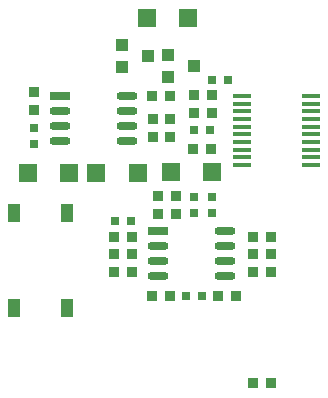
<source format=gbr>
G04*
G04 #@! TF.GenerationSoftware,Altium Limited,Altium Designer,22.4.2 (48)*
G04*
G04 Layer_Color=8421504*
%FSLAX25Y25*%
%MOIN*%
G70*
G04*
G04 #@! TF.SameCoordinates,BD52291B-EC81-4074-921C-677567915CDC*
G04*
G04*
G04 #@! TF.FilePolarity,Positive*
G04*
G01*
G75*
%ADD21R,0.03937X0.05906*%
%ADD22R,0.07087X0.02559*%
%ADD23O,0.07087X0.02559*%
%ADD24R,0.03000X0.03000*%
%ADD25R,0.03543X0.03543*%
%ADD26R,0.06000X0.06000*%
%ADD27R,0.03937X0.03937*%
%ADD28R,0.03000X0.03000*%
%ADD29R,0.06299X0.01575*%
%ADD30R,0.03543X0.03543*%
%ADD31R,0.05906X0.06299*%
D21*
X30512Y41339D02*
D03*
Y72835D02*
D03*
X48228Y41339D02*
D03*
Y72835D02*
D03*
D22*
X46063Y111831D02*
D03*
X78740Y66929D02*
D03*
D23*
X46063Y106831D02*
D03*
Y101831D02*
D03*
Y96831D02*
D03*
X68110Y111831D02*
D03*
Y106831D02*
D03*
Y101831D02*
D03*
Y96831D02*
D03*
X78740Y61929D02*
D03*
Y56929D02*
D03*
Y51929D02*
D03*
X100787Y66929D02*
D03*
Y61929D02*
D03*
Y56929D02*
D03*
Y51929D02*
D03*
D24*
X37408Y101175D02*
D03*
X37402Y95725D02*
D03*
X96463Y78341D02*
D03*
X96457Y72891D02*
D03*
X90545Y72840D02*
D03*
X90551Y78290D02*
D03*
D25*
X37402Y107283D02*
D03*
Y113189D02*
D03*
X76772Y104134D02*
D03*
Y98228D02*
D03*
X82677Y104134D02*
D03*
Y98228D02*
D03*
X84646Y78543D02*
D03*
Y72638D02*
D03*
X78740D02*
D03*
Y78543D02*
D03*
D26*
X88583Y137795D02*
D03*
X75083D02*
D03*
D27*
X66535Y121457D02*
D03*
X75197Y125197D02*
D03*
X66535Y128937D02*
D03*
X81890Y118110D02*
D03*
X90551Y121850D02*
D03*
X81890Y125591D02*
D03*
D28*
X101907Y117316D02*
D03*
X96457Y117323D02*
D03*
X96057Y100387D02*
D03*
X90607Y100394D02*
D03*
X69679Y70072D02*
D03*
X64229Y70079D02*
D03*
X93301Y45269D02*
D03*
X87851Y45276D02*
D03*
D29*
X106693Y101673D02*
D03*
Y99114D02*
D03*
Y96555D02*
D03*
Y91437D02*
D03*
Y88878D02*
D03*
Y93996D02*
D03*
Y104232D02*
D03*
Y106791D02*
D03*
Y109350D02*
D03*
Y111909D02*
D03*
X129528Y88878D02*
D03*
Y91437D02*
D03*
Y93996D02*
D03*
Y96555D02*
D03*
Y99114D02*
D03*
Y101673D02*
D03*
Y104232D02*
D03*
Y106791D02*
D03*
Y109350D02*
D03*
Y111909D02*
D03*
D30*
X90748Y112205D02*
D03*
X96653D02*
D03*
X76575Y111811D02*
D03*
X82480D02*
D03*
X96653Y106299D02*
D03*
X90748D02*
D03*
X90354Y94095D02*
D03*
X96260D02*
D03*
X69882Y64961D02*
D03*
X63976D02*
D03*
X69882Y59055D02*
D03*
X63976D02*
D03*
X69882Y53150D02*
D03*
X63976D02*
D03*
X82480Y45276D02*
D03*
X76575D02*
D03*
X98622D02*
D03*
X104528D02*
D03*
X116142Y64961D02*
D03*
X110236D02*
D03*
X116142Y59055D02*
D03*
X110236D02*
D03*
X116142Y53150D02*
D03*
X110236D02*
D03*
X116339Y16142D02*
D03*
X110433D02*
D03*
D31*
X96653Y86614D02*
D03*
X82874D02*
D03*
X58071Y86221D02*
D03*
X71850D02*
D03*
X35236D02*
D03*
X49016D02*
D03*
M02*

</source>
